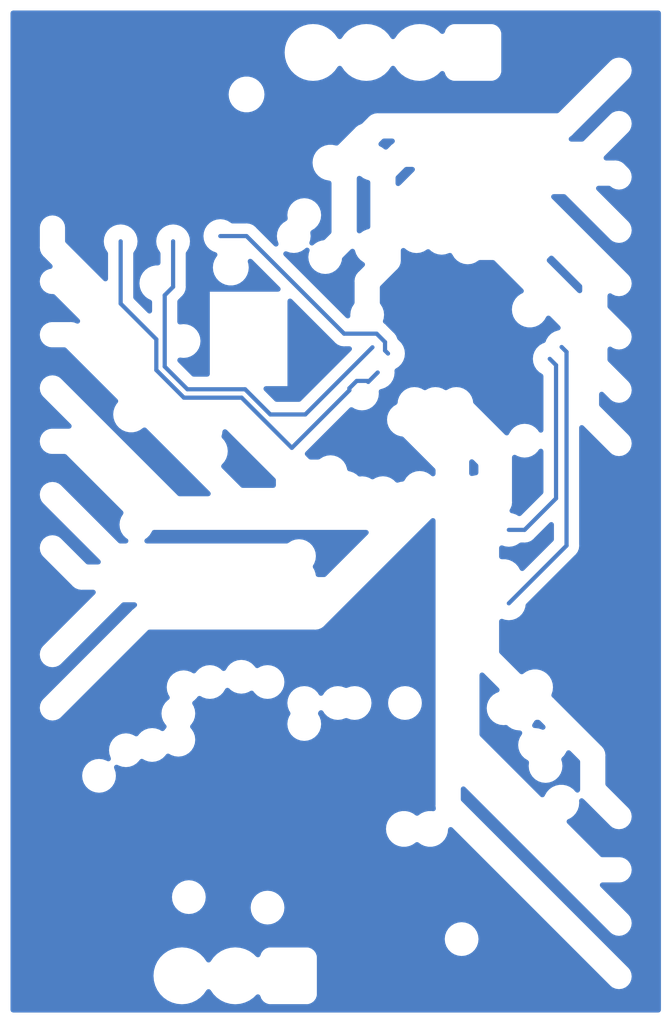
<source format=kicad_pcb>
(kicad_pcb (version 20221018) (generator pcbnew)
  (layers (0 "F.Cu" signal) (1 "In1.Cu" power "GND") (2 "In2.Cu" power "PWR") (31 "B.Cu" signal) (34 "B.Paste" user) (35 "F.Paste" user) (36 "B.SilkS" user "B.Silkscreen") (37 "F.SilkS" user "F.Silkscreen") (38 "B.Mask" user) (39 "F.Mask" user) (44 "Edge.Cuts" user))
  (net 0 "")
  (net 1 "GND")
  (net 2 "+3.3V")
  (net 3 "LED3")
  (net 4 "LED2")
  (net 5 "LED1")
  (net 6 "CAN_TX")
  (net 7 "CAN_RX")
  (segment (start 98.265686 42.45) (end 96.95 41.134314) (width 0.2) (layer "B.Cu") (net 3))
  (segment (start 106.998529 41.65) (end 106.501471 41.65) (width 0.2) (layer "B.Cu") (net 3))
  (segment (start 103.407843 44.842157) (end 101.015685 42.45) (width 0.2) (layer "B.Cu") (net 3))
  (segment (start 106.15 42.001471) (end 106.15 42.1) (width 0.2) (layer "B.Cu") (net 3))
  (segment (start 101.015685 42.45) (end 98.265686 42.45) (width 0.2) (layer "B.Cu") (net 3))
  (segment (start 106.15 42.1) (end 103.407843 44.842157) (width 0.2) (layer "B.Cu") (net 3))
  (segment (start 107.049264 41.700736) (end 106.998529 41.65) (width 0.2) (layer "B.Cu") (net 3))
  (segment (start 95.25 37.967968) (end 95.25 35) (width 0.2) (layer "B.Cu") (net 3))
  (segment (start 106.501471 41.65) (end 106.15 42.001471) (width 0.2) (layer "B.Cu") (net 3))
  (segment (start 107.5 41.25) (end 107.049264 41.700736) (width 0.2) (layer "B.Cu") (net 3))
  (segment (start 96.95 41.134314) (end 96.95 39.667968) (width 0.2) (layer "B.Cu") (net 3))
  (segment (start 96.95 39.667968) (end 95.25 37.967968) (width 0.2) (layer "B.Cu") (net 3))
  (segment (start 97.75 37.169239) (end 97.75 35) (width 0.2) (layer "B.Cu") (net 4))
  (segment (start 107.25 40.049503) (end 104.049503 43.25) (width 0.2) (layer "B.Cu") (net 4))
  (segment (start 102.381371 43.25) (end 101.18137 42.05) (width 0.2) (layer "B.Cu") (net 4))
  (segment (start 97.35 40.968628) (end 97.35 37.569239) (width 0.2) (layer "B.Cu") (net 4))
  (segment (start 97.35 37.569239) (end 97.75 37.169239) (width 0.2) (layer "B.Cu") (net 4))
  (segment (start 98.431372 42.05) (end 97.35 40.968628) (width 0.2) (layer "B.Cu") (net 4))
  (segment (start 104.049503 43.25) (end 102.381371 43.25) (width 0.2) (layer "B.Cu") (net 4))
  (segment (start 101.18137 42.05) (end 98.431372 42.05) (width 0.2) (layer "B.Cu") (net 4))
  (segment (start 107.992064 40.347067) (end 107.85 40.205003) (width 0.2) (layer "B.Cu") (net 5))
  (segment (start 107.85 40.205003) (end 107.85 39.800974) (width 0.2) (layer "B.Cu") (net 5))
  (segment (start 107.85 39.800974) (end 107.449026 39.4) (width 0.2) (layer "B.Cu") (net 5))
  (segment (start 107.449026 39.4) (end 105.9 39.4) (width 0.2) (layer "B.Cu") (net 5))
  (segment (start 105.9 39.4) (end 101.25 34.75) (width 0.2) (layer "B.Cu") (net 5))
  (segment (start 101.25 34.75) (end 100 34.75) (width 0.2) (layer "B.Cu") (net 5))
  (segment (start 116.5 40.269332) (end 116.5 49.5) (width 0.2) (layer "B.Cu") (net 6))
  (segment (start 116.265334 40.034666) (end 116.5 40.269332) (width 0.2) (layer "B.Cu") (net 6))
  (segment (start 116.5 49.5) (end 113.75 52.25) (width 0.2) (layer "B.Cu") (net 6))
  (segment (start 115.7 40.6) (end 116 40.9) (width 0.2) (layer "B.Cu") (net 7))
  (segment (start 116 40.9) (end 116 47.25) (width 0.2) (layer "B.Cu") (net 7))
  (segment (start 114.5 48.75) (end 113.75 48.75) (width 0.2) (layer "B.Cu") (net 7))
  (segment (start 116 47.25) (end 114.5 48.75) (width 0.2) (layer "B.Cu") (net 7))
  (zone (net 0) (net_name "") (layer "B.Cu") (priority 3) (connect_pads (clearance 0.5)) (min_thickness 0.25) (fill yes (thermal_gap 0.5) (thermal_bridge_width 0.5) (island_removal_mode 1) (island_area_min 10))
    (polygon (pts (xy 89.5 23.5) (xy 121.5 23.5) (xy 121.5 72.25) (xy 89.5 72.25)))
  )
)
</source>
